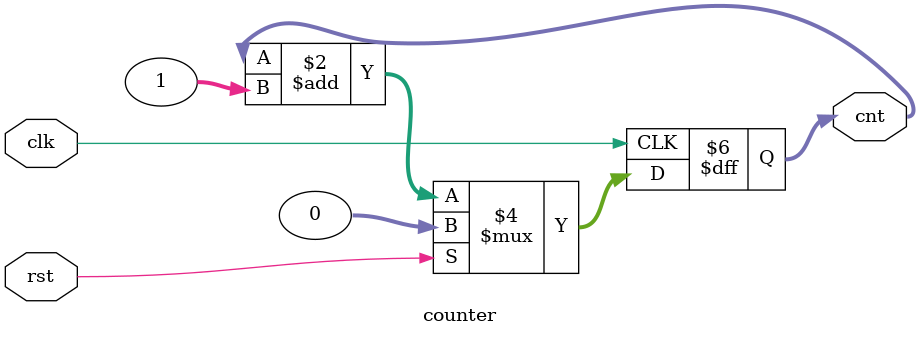
<source format=v>
module counter (
  input clk,
  input rst,
  output reg [31:0] cnt
);
  always @(posedge clk) begin
    if (rst) begin
      cnt <= 32'b0;
    end
    else begin
      cnt <= cnt + 1;
    end
  end
endmodule

</source>
